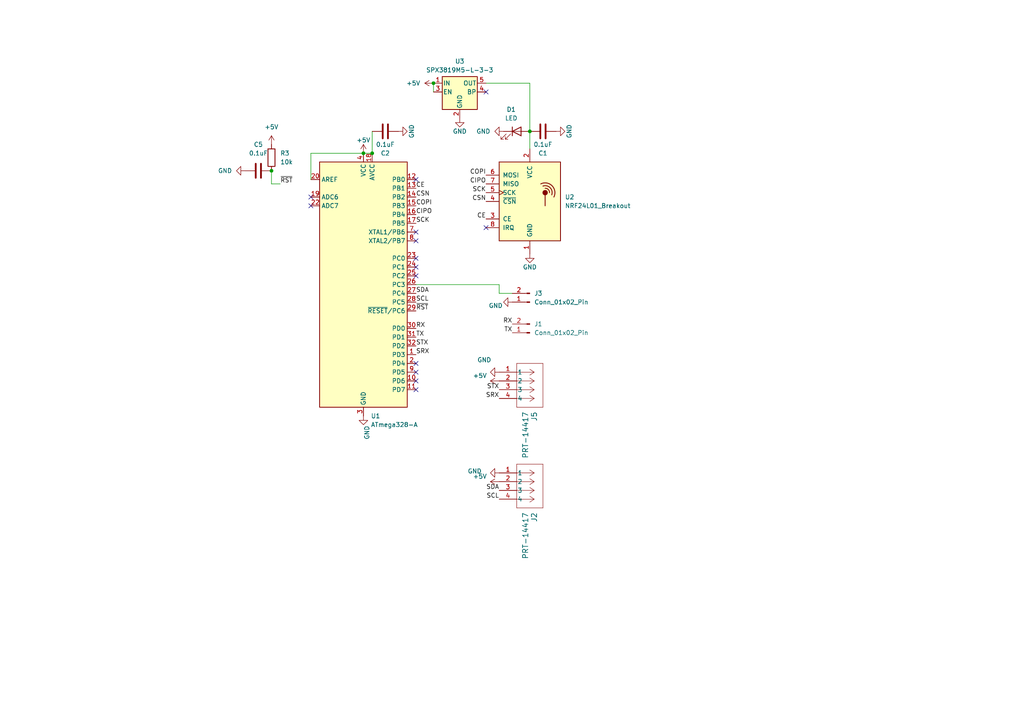
<source format=kicad_sch>
(kicad_sch (version 20250114) (generator "eeschema") (generator_version "9.0")
  (paper "A4")
  (lib_symbols
    (symbol "Connector:Conn_01x02_Pin" (pin_names (offset 1.016) (hide yes))
      (property "Reference" "J" (at 0 2.54 0))
      (property "Value" "Conn_01x02_Pin" (at 0 -5.08 0))
      (symbol "Conn_01x02_Pin_1_1"
        (rectangle (start 0.8636 0.127) (end 0 -0.127) (stroke (width 0.1524)) (fill (type outline)))
        (rectangle (start 0.8636 -2.413) (end 0 -2.667) (stroke (width 0.1524)) (fill (type outline)))
        (polyline (pts (xy 1.27 0) (xy 0.8636 0)) (stroke (width 0.1524)))
        (polyline (pts (xy 1.27 -2.54) (xy 0.8636 -2.54)) (stroke (width 0.1524)))
        (pin passive line (at 5.08 0 180) (length 3.81) (name "Pin_1") (number "1"))
        (pin passive line (at 5.08 -2.54 180) (length 3.81) (name "Pin_2") (number "2"))
      )
    )
    (symbol "Device:C" (pin_numbers (hide yes)) (pin_names (offset 0.254))
      (property "Reference" "C" (at 0.635 2.54 0))
      (property "Value" "C" (at 0.635 -2.54 0))
      (symbol "C_0_1"
        (polyline (pts (xy -2.032 0.762) (xy 2.032 0.762)) (stroke (width 0.508)))
        (polyline (pts (xy -2.032 -0.762) (xy 2.032 -0.762)) (stroke (width 0.508)))
      )
      (symbol "C_1_1"
        (pin passive line (at 0 3.81 270) (length 2.794) (name "~") (number "1"))
        (pin passive line (at 0 -3.81 90) (length 2.794) (name "~") (number "2"))
      )
    )
    (symbol "Device:LED" (pin_numbers (hide yes)) (pin_names (offset 1.016) (hide yes))
      (property "Reference" "D" (at 0 2.54 0))
      (property "Value" "LED" (at 0 -2.54 0))
      (symbol "LED_0_1"
        (polyline (pts (xy -3.048 -0.762) (xy -4.572 -2.286) (xy -3.81 -2.286) (xy -4.572 -2.286) (xy -4.572 -1.524)))
        (polyline (pts (xy -1.778 -0.762) (xy -3.302 -2.286) (xy -2.54 -2.286) (xy -3.302 -2.286) (xy -3.302 -1.524)))
        (polyline (pts (xy -1.27 0) (xy 1.27 0)))
        (polyline (pts (xy -1.27 -1.27) (xy -1.27 1.27)) (stroke (width 0.254)))
        (polyline (pts (xy 1.27 -1.27) (xy 1.27 1.27) (xy -1.27 0) (xy 1.27 -1.27)) (stroke (width 0.254)))
      )
      (symbol "LED_1_1"
        (pin passive line (at -3.81 0 0) (length 2.54) (name "K") (number "1"))
        (pin passive line (at 3.81 0 180) (length 2.54) (name "A") (number "2"))
      )
    )
    (symbol "Device:R" (pin_numbers (hide yes)) (pin_names (offset 0))
      (property "Reference" "R" (at 2.032 0 90))
      (property "Value" "R" (at 0 0 90))
      (symbol "R_0_1"
        (rectangle (start -1.016 -2.54) (end 1.016 2.54) (stroke (width 0.254)))
      )
      (symbol "R_1_1"
        (pin passive line (at 0 3.81 270) (length 1.27) (name "~") (number "1"))
        (pin passive line (at 0 -3.81 90) (length 1.27) (name "~") (number "2"))
      )
    )
    (symbol "MCU_Microchip_ATmega:ATmega328-A"
      (property "Reference" "U" (at -12.7 36.83 0))
      (property "Value" "ATmega328-A" (at 2.54 -36.83 0))
      (symbol "ATmega328-A_0_1"
        (rectangle (start -12.7 -35.56) (end 12.7 35.56) (stroke (width 0.254)) (fill (type background)))
      )
      (symbol "ATmega328-A_1_1"
        (pin passive line (at -15.24 30.48 0) (length 2.54) (name "AREF") (number "20"))
        (pin input line (at -15.24 25.4 0) (length 2.54) (name "ADC6") (number "19"))
        (pin input line (at -15.24 22.86 0) (length 2.54) (name "ADC7") (number "22"))
        (pin power_in line (at 0 38.1 270) (length 2.54) (name "VCC") (number "4"))
        (pin passive line (at 0 38.1 270) (length 2.54) (hide yes) (name "VCC") (number "6"))
        (pin passive line (at 0 -38.1 90) (length 2.54) (hide yes) (name "GND") (number "21"))
        (pin power_in line (at 0 -38.1 90) (length 2.54) (name "GND") (number "3"))
        (pin passive line (at 0 -38.1 90) (length 2.54) (hide yes) (name "GND") (number "5"))
        (pin power_in line (at 2.54 38.1 270) (length 2.54) (name "AVCC") (number "18"))
        (pin bidirectional line (at 15.24 30.48 180) (length 2.54) (name "PB0") (number "12"))
        (pin bidirectional line (at 15.24 27.94 180) (length 2.54) (name "PB1") (number "13"))
        (pin bidirectional line (at 15.24 25.4 180) (length 2.54) (name "PB2") (number "14"))
        (pin bidirectional line (at 15.24 22.86 180) (length 2.54) (name "PB3") (number "15"))
        (pin bidirectional line (at 15.24 20.32 180) (length 2.54) (name "PB4") (number "16"))
        (pin bidirectional line (at 15.24 17.78 180) (length 2.54) (name "PB5") (number "17"))
        (pin bidirectional line (at 15.24 15.24 180) (length 2.54) (name "XTAL1/PB6") (number "7"))
        (pin bidirectional line (at 15.24 12.7 180) (length 2.54) (name "XTAL2/PB7") (number "8"))
        (pin bidirectional line (at 15.24 7.62 180) (length 2.54) (name "PC0") (number "23"))
        (pin bidirectional line (at 15.24 5.08 180) (length 2.54) (name "PC1") (number "24"))
        (pin bidirectional line (at 15.24 2.54 180) (length 2.54) (name "PC2") (number "25"))
        (pin bidirectional line (at 15.24 0 180) (length 2.54) (name "PC3") (number "26"))
        (pin bidirectional line (at 15.24 -2.54 180) (length 2.54) (name "PC4") (number "27"))
        (pin bidirectional line (at 15.24 -5.08 180) (length 2.54) (name "PC5") (number "28"))
        (pin bidirectional line (at 15.24 -7.62 180) (length 2.54) (name "~{RESET}/PC6") (number "29"))
        (pin bidirectional line (at 15.24 -12.7 180) (length 2.54) (name "PD0") (number "30"))
        (pin bidirectional line (at 15.24 -15.24 180) (length 2.54) (name "PD1") (number "31"))
        (pin bidirectional line (at 15.24 -17.78 180) (length 2.54) (name "PD2") (number "32"))
        (pin bidirectional line (at 15.24 -20.32 180) (length 2.54) (name "PD3") (number "1"))
        (pin bidirectional line (at 15.24 -22.86 180) (length 2.54) (name "PD4") (number "2"))
        (pin bidirectional line (at 15.24 -25.4 180) (length 2.54) (name "PD5") (number "9"))
        (pin bidirectional line (at 15.24 -27.94 180) (length 2.54) (name "PD6") (number "10"))
        (pin bidirectional line (at 15.24 -30.48 180) (length 2.54) (name "PD7") (number "11"))
      )
    )
    (symbol "New_Library:PRT-14417" (pin_names (offset 0.254))
      (property "Reference" "J" (at 8.89 6.35 0))
      (property "Value" "PRT-14417" (at 0 0 0))
      (symbol "PRT-14417_1_1"
        (polyline (pts (xy 5.08 2.54) (xy 5.08 -10.16)) (stroke (width 0.127)))
        (polyline (pts (xy 5.08 -10.16) (xy 12.7 -10.16)) (stroke (width 0.127)))
        (polyline (pts (xy 10.16 0) (xy 5.08 0)) (stroke (width 0.127)))
        (polyline (pts (xy 10.16 0) (xy 8.89 0.8467)) (stroke (width 0.127)))
        (polyline (pts (xy 10.16 0) (xy 8.89 -0.8467)) (stroke (width 0.127)))
        (polyline (pts (xy 10.16 -2.54) (xy 5.08 -2.54)) (stroke (width 0.127)))
        (polyline (pts (xy 10.16 -2.54) (xy 8.89 -1.6933)) (stroke (width 0.127)))
        (polyline (pts (xy 10.16 -2.54) (xy 8.89 -3.3867)) (stroke (width 0.127)))
        (polyline (pts (xy 10.16 -5.08) (xy 5.08 -5.08)) (stroke (width 0.127)))
        (polyline (pts (xy 10.16 -5.08) (xy 8.89 -4.2333)) (stroke (width 0.127)))
        (polyline (pts (xy 10.16 -5.08) (xy 8.89 -5.9267)) (stroke (width 0.127)))
        (polyline (pts (xy 10.16 -7.62) (xy 5.08 -7.62)) (stroke (width 0.127)))
        (polyline (pts (xy 10.16 -7.62) (xy 8.89 -6.7733)) (stroke (width 0.127)))
        (polyline (pts (xy 10.16 -7.62) (xy 8.89 -8.4667)) (stroke (width 0.127)))
        (polyline (pts (xy 12.7 2.54) (xy 5.08 2.54)) (stroke (width 0.127)))
        (polyline (pts (xy 12.7 -10.16) (xy 12.7 2.54)) (stroke (width 0.127)))
        (pin unspecified line (at 0 0 0) (length 5.08) (name "1") (number "1"))
        (pin unspecified line (at 0 -2.54 0) (length 5.08) (name "2") (number "2"))
        (pin unspecified line (at 0 -5.08 0) (length 5.08) (name "3") (number "3"))
        (pin unspecified line (at 0 -7.62 0) (length 5.08) (name "4") (number "4"))
      )
      (symbol "PRT-14417_1_2"
        (polyline (pts (xy 5.08 2.54) (xy 5.08 -10.16)) (stroke (width 0.127)))
        (polyline (pts (xy 5.08 -10.16) (xy 12.7 -10.16)) (stroke (width 0.127)))
        (polyline (pts (xy 7.62 0) (xy 5.08 0)) (stroke (width 0.127)))
        (polyline (pts (xy 7.62 0) (xy 8.89 0.8467)) (stroke (width 0.127)))
        (polyline (pts (xy 7.62 0) (xy 8.89 -0.8467)) (stroke (width 0.127)))
        (polyline (pts (xy 7.62 -2.54) (xy 5.08 -2.54)) (stroke (width 0.127)))
        (polyline (pts (xy 7.62 -2.54) (xy 8.89 -1.6933)) (stroke (width 0.127)))
        (polyline (pts (xy 7.62 -2.54) (xy 8.89 -3.3867)) (stroke (width 0.127)))
        (polyline (pts (xy 7.62 -5.08) (xy 5.08 -5.08)) (stroke (width 0.127)))
        (polyline (pts (xy 7.62 -5.08) (xy 8.89 -4.2333)) (stroke (width 0.127)))
        (polyline (pts (xy 7.62 -5.08) (xy 8.89 -5.9267)) (stroke (width 0.127)))
        (polyline (pts (xy 7.62 -7.62) (xy 5.08 -7.62)) (stroke (width 0.127)))
        (polyline (pts (xy 7.62 -7.62) (xy 8.89 -6.7733)) (stroke (width 0.127)))
        (polyline (pts (xy 7.62 -7.62) (xy 8.89 -8.4667)) (stroke (width 0.127)))
        (polyline (pts (xy 12.7 2.54) (xy 5.08 2.54)) (stroke (width 0.127)))
        (polyline (pts (xy 12.7 -10.16) (xy 12.7 2.54)) (stroke (width 0.127)))
        (pin unspecified line (at 0 0 0) (length 5.08) (name "1") (number "1"))
        (pin unspecified line (at 0 -2.54 0) (length 5.08) (name "2") (number "2"))
        (pin unspecified line (at 0 -5.08 0) (length 5.08) (name "3") (number "3"))
        (pin unspecified line (at 0 -7.62 0) (length 5.08) (name "4") (number "4"))
      )
    )
    (symbol "RF:NRF24L01_Breakout" (pin_names (offset 1.016))
      (property "Reference" "U" (at -8.89 12.7 0))
      (property "Value" "NRF24L01_Breakout" (at 3.81 12.7 0))
      (symbol "NRF24L01_Breakout_0_1"
        (rectangle (start -8.89 11.43) (end 8.89 -11.43) (stroke (width 0.254)) (fill (type background)))
        (arc (start 3.175 5.08) (mid 6.453 4.548) (end 6.985 1.27) (stroke (width 0.254)))
        (circle (center 4.445 2.54) (radius 0.635) (stroke (width 0.254)) (fill (type outline)))
        (polyline (pts (xy 4.445 1.905) (xy 4.445 -1.27)) (stroke (width 0.254)))
        (arc (start 3.81 4.445) (mid 5.8835 3.9785) (end 6.35 1.905) (stroke (width 0.254)))
        (arc (start 4.445 3.81) (mid 5.3558 3.4508) (end 5.715 2.54) (stroke (width 0.254)))
      )
      (symbol "NRF24L01_Breakout_1_1"
        (pin input line (at -12.7 7.62 0) (length 3.81) (name "MOSI") (number "6"))
        (pin output line (at -12.7 5.08 0) (length 3.81) (name "MISO") (number "7"))
        (pin input clock (at -12.7 2.54 0) (length 3.81) (name "SCK") (number "5"))
        (pin input line (at -12.7 0 0) (length 3.81) (name "~{CSN}") (number "4"))
        (pin input line (at -12.7 -5.08 0) (length 3.81) (name "CE") (number "3"))
        (pin output line (at -12.7 -7.62 0) (length 3.81) (name "IRQ") (number "8"))
        (pin power_in line (at 0 15.24 270) (length 3.81) (name "VCC") (number "2"))
        (pin power_in line (at 0 -15.24 90) (length 3.81) (name "GND") (number "1"))
      )
    )
    (symbol "Regulator_Linear:SPX3819M5-L-3-3" (pin_names (offset 0.254))
      (property "Reference" "U" (at -3.81 5.715 0))
      (property "Value" "SPX3819M5-L-3-3" (at 0 5.715 0))
      (symbol "SPX3819M5-L-3-3_0_1"
        (rectangle (start -5.08 4.445) (end 5.08 -5.08) (stroke (width 0.254)) (fill (type background)))
      )
      (symbol "SPX3819M5-L-3-3_1_1"
        (pin power_in line (at -7.62 2.54 0) (length 2.54) (name "IN") (number "1"))
        (pin input line (at -7.62 0 0) (length 2.54) (name "EN") (number "3"))
        (pin power_in line (at 0 -7.62 90) (length 2.54) (name "GND") (number "2"))
        (pin power_out line (at 7.62 2.54 180) (length 2.54) (name "OUT") (number "5"))
        (pin input line (at 7.62 0 180) (length 2.54) (name "BP") (number "4"))
      )
    )
    (symbol "power:+5V" (power) (pin_names (offset 0))
      (property "Value" "+5V" (at 0 3.556 0))
      (symbol "+5V_0_1"
        (polyline (pts (xy -0.762 1.27) (xy 0 2.54)))
        (polyline (pts (xy 0 2.54) (xy 0.762 1.27)))
        (polyline (pts (xy 0 0) (xy 0 2.54)))
      )
      (symbol "+5V_1_1"
        (pin power_in line (at 0 0 90) (length 0) (hide yes) (name "+5V") (number "1"))
      )
    )
    (symbol "power:GND" (power) (pin_names (offset 0))
      (property "Value" "GND" (at 0 -3.81 0))
      (symbol "GND_0_1"
        (polyline (pts (xy 0 0) (xy 0 -1.27) (xy 1.27 -1.27) (xy 0 -2.54) (xy -1.27 -1.27) (xy 0 -1.27)))
      )
      (symbol "GND_1_1"
        (pin power_in line (at 0 0 270) (length 0) (hide yes) (name "GND") (number "1"))
      )
    )
  )
  (junction (at 153.67 38.1))
  (junction (at 107.95 44.45))
  (junction (at 78.74 49.53))
  (junction (at 105.41 44.45))
  (junction (at 125.73 24.13))
  (no_connect (at 140.97 26.67))
  (no_connect (at 120.65 69.85))
  (no_connect (at 120.65 77.47))
  (no_connect (at 90.17 59.69))
  (no_connect (at 120.65 67.31))
  (no_connect (at 120.65 74.93))
  (no_connect (at 120.65 110.49))
  (no_connect (at 140.97 66.04))
  (no_connect (at 120.65 52.07))
  (no_connect (at 90.17 57.15))
  (no_connect (at 120.65 105.41))
  (no_connect (at 120.65 107.95))
  (no_connect (at 120.65 113.03))
  (no_connect (at 120.65 80.01))
  (wire (pts (xy 81.28 53.34) (xy 78.74 53.34)))
  (wire (pts (xy 125.73 24.13) (xy 125.73 26.67)))
  (wire (pts (xy 144.78 85.09) (xy 144.78 82.55)))
  (wire (pts (xy 144.78 82.55) (xy 120.65 82.55)))
  (wire (pts (xy 153.67 43.18) (xy 153.67 38.1)))
  (wire (pts (xy 107.95 38.1) (xy 107.95 44.45)))
  (wire (pts (xy 153.67 38.1) (xy 153.67 24.13)))
  (wire (pts (xy 90.17 44.45) (xy 90.17 52.07)))
  (wire (pts (xy 105.41 44.45) (xy 107.95 44.45)))
  (wire (pts (xy 78.74 53.34) (xy 78.74 49.53)))
  (wire (pts (xy 148.59 85.09) (xy 144.78 85.09)))
  (wire (pts (xy 153.67 24.13) (xy 140.97 24.13)))
  (wire (pts (xy 105.41 44.45) (xy 90.17 44.45)))
  (label "CSN" (at 140.97 58.42 180))
  (label "SDA" (at 144.78 142.24 180))
  (label "SRX" (at 120.65 102.87 0))
  (label "CE" (at 120.65 54.61 0))
  (label "STX" (at 120.65 100.33 0))
  (label "~{RST}" (at 120.65 90.17 0))
  (label "SCK" (at 140.97 55.88 180))
  (label "SCK" (at 120.65 64.77 0))
  (label "SCL" (at 144.78 144.78 180))
  (label "CSN" (at 120.65 57.15 0))
  (label "CE" (at 140.97 63.5 180))
  (label "SRX" (at 144.78 115.57 180))
  (label "CIPO" (at 120.65 62.23 0))
  (label "CIPO" (at 140.97 53.34 180))
  (label "STX" (at 144.78 113.03 180))
  (label "SDA" (at 120.65 85.09 0))
  (label "~{RST}" (at 81.28 53.34 0))
  (label "RX" (at 120.65 95.25 0))
  (label "TX" (at 120.65 97.79 0))
  (label "RX" (at 148.59 93.98 180))
  (label "SCL" (at 120.65 87.63 0))
  (label "COPI" (at 120.65 59.69 0))
  (label "COPI" (at 140.97 50.8 180))
  (label "TX" (at 148.59 96.52 180))
  (symbol (lib_id "MCU_Microchip_ATmega:ATmega328-A") (at 105.41 82.55 0) (unit 1)
    (property "Reference" "U1" (at 107.5533 120.65 0) (effects (justify left)))
    (property "Value" "ATmega328-A" (at 107.5533 123.19 0) (effects (justify left)))
    (property "Footprint" "Package_QFP:TQFP-32_7x7mm_P0.8mm" (effects (hide yes)))
    (property "Datasheet" "http://ww1.microchip.com/downloads/en/DeviceDoc/ATmega328_P%20AVR%20MCU%20with%20picoPower%20Technology%20Data%20Sheet%2040001984A.pdf" (effects (hide yes)))
    (property "Description" "20MHz, 32kB Flash, 2kB SRAM, 1kB EEPROM, TQFP-32" (effects (hide yes)))
  )
  (symbol (lib_id "power:+5V") (at 78.74 41.91 0) (unit 1)
    (property "Reference" "#PWR025" (effects (hide yes)))
    (property "Value" "+5V" (at 78.74 36.83 0))
  )
  (symbol (lib_id "power:GND") (at 153.67 73.66 0) (unit 1)
    (property "Reference" "#PWR04" (effects (hide yes)))
    (property "Value" "GND" (at 153.67 77.47 0))
  )
  (symbol (lib_id "power:GND") (at 146.05 38.1 270) (unit 1)
    (property "Reference" "#PWR010" (effects (hide yes)))
    (property "Value" "GND" (at 142.24 38.1 90) (effects (justify right)))
  )
  (symbol (lib_id "Device:LED") (at 149.86 38.1 0) (unit 1)
    (property "Reference" "D1" (at 148.2725 31.75 0))
    (property "Value" "LED" (at 148.2725 34.29 0))
    (property "Footprint" "LED_SMD:LED_0805_2012Metric" (effects (hide yes)))
    (property "Description" "Light emitting diode" (effects (hide yes)))
    (property "Sim.Pins" "1=K 2=A" (effects (hide yes)))
  )
  (symbol (lib_id "New_Library:PRT-14417") (at 144.78 107.95 0) (unit 1)
    (property "Reference" "J5" (at 154.9401 119.38 90) (effects (font (size 1.524 1.524)) (justify right)))
    (property "Value" "PRT-14417" (at 152.4001 119.38 90) (effects (font (size 1.524 1.524)) (justify right)))
    (property "Footprint" "User:CONN_PRT-14417_SPK" (effects (hide yes)))
    (property "Datasheet" "PRT-14417" (effects (hide yes)))
  )
  (symbol (lib_id "Connector:Conn_01x02_Pin") (at 153.67 87.63 180) (unit 1)
    (property "Reference" "J3" (at 154.94 85.0899 0) (effects (justify right)))
    (property "Value" "Conn_01x02_Pin" (at 154.94 87.6299 0) (effects (justify right)))
    (property "Footprint" "Connector_PinHeader_2.54mm:PinHeader_1x02_P2.54mm_Vertical" (effects (hide yes)))
    (property "Description" "Generic connector, single row, 01x02, script generated" (effects (hide yes)))
  )
  (symbol (lib_id "power:GND") (at 161.29 38.1 90) (unit 1)
    (property "Reference" "#PWR03" (effects (hide yes)))
    (property "Value" "GND" (at 165.1 38.1 0))
  )
  (symbol (lib_id "power:+5V") (at 125.73 24.13 90) (unit 1)
    (property "Reference" "#PWR01" (effects (hide yes)))
    (property "Value" "+5V" (at 121.92 24.1299 90) (effects (justify left)))
  )
  (symbol (lib_id "Regulator_Linear:SPX3819M5-L-3-3") (at 133.35 26.67 0) (unit 1)
    (property "Reference" "U3" (at 133.35 17.78 0))
    (property "Value" "SPX3819M5-L-3-3" (at 133.35 20.32 0))
    (property "Footprint" "Package_TO_SOT_SMD:SOT-23-5" (effects (hide yes)))
    (property "Datasheet" "https://www.exar.com/content/document.ashx?id=22106&languageid=1033&type=Datasheet&partnumber=SPX3819&filename=SPX3819.pdf&part=SPX3819" (effects (hide yes)))
    (property "Description" "500mA Low drop-out regulator, Fixed Output 3.3V, SOT-23-5" (effects (hide yes)))
  )
  (symbol (lib_id "power:GND") (at 144.78 137.16 270) (unit 1)
    (property "Reference" "#PWR013" (effects (hide yes)))
    (property "Value" "GND" (at 137.668 136.652 90))
  )
  (symbol (lib_id "power:GND") (at 71.12 49.53 270) (unit 1)
    (property "Reference" "#PWR024" (effects (hide yes)))
    (property "Value" "GND" (at 67.31 49.53 90) (effects (justify right)))
  )
  (symbol (lib_id "power:GND") (at 105.41 120.65 0) (unit 1)
    (property "Reference" "#PWR011" (effects (hide yes)))
    (property "Value" "GND" (at 106.426 125.476 90))
  )
  (symbol (lib_id "power:+5V") (at 105.41 44.45 0) (unit 1)
    (property "Reference" "#PWR05" (effects (hide yes)))
    (property "Value" "+5V" (at 105.41 40.64 0))
  )
  (symbol (lib_id "Device:C") (at 157.48 38.1 270) (unit 1)
    (property "Reference" "C1" (at 157.48 44.45 90))
    (property "Value" "0.1uF" (at 157.48 41.91 90))
    (property "Footprint" "Capacitor_SMD:C_0805_2012Metric" (effects (hide yes)))
  )
  (symbol (lib_id "power:GND") (at 148.59 87.63 270) (unit 1)
    (property "Reference" "#PWR09" (effects (hide yes)))
    (property "Value" "GND" (at 143.764 88.646 90))
  )
  (symbol (lib_id "Device:R") (at 78.74 45.72 0) (unit 1)
    (property "Reference" "R3" (at 81.28 44.45 0) (effects (justify left)))
    (property "Value" "10k" (at 81.28 46.99 0) (effects (justify left)))
    (property "Footprint" "Resistor_SMD:R_0805_2012Metric" (effects (hide yes)))
  )
  (symbol (lib_id "New_Library:PRT-14417") (at 144.78 137.16 0) (unit 1)
    (property "Reference" "J2" (at 154.9401 148.59 90) (effects (font (size 1.524 1.524)) (justify right)))
    (property "Value" "PRT-14417" (at 152.4001 148.59 90) (effects (font (size 1.524 1.524)) (justify right)))
    (property "Footprint" "User:CONN_PRT-14417_SPK" (effects (hide yes)))
    (property "Datasheet" "PRT-14417" (effects (hide yes)))
  )
  (symbol (lib_id "power:GND") (at 144.78 107.95 270) (unit 1)
    (property "Reference" "#PWR06" (effects (hide yes)))
    (property "Value" "GND" (at 140.462 104.394 90))
  )
  (symbol (lib_id "RF:NRF24L01_Breakout") (at 153.67 58.42 0) (unit 1)
    (property "Reference" "U2" (at 163.83 57.1499 0) (effects (justify left)))
    (property "Value" "NRF24L01_Breakout" (at 163.83 59.6899 0) (effects (justify left)))
    (property "Footprint" "RF_Module:nRF24L01_Breakout" (effects (hide yes)))
    (property "Datasheet" "http://www.nordicsemi.com/eng/content/download/2730/34105/file/nRF24L01_Product_Specification_v2_0.pdf" (effects (hide yes)))
    (property "Description" "Ultra low power 2.4GHz RF Transceiver, Carrier PCB" (effects (hide yes)))
  )
  (symbol (lib_id "Device:C") (at 111.76 38.1 270) (unit 1)
    (property "Reference" "C2" (at 111.76 44.45 90))
    (property "Value" "0.1uF" (at 111.76 41.91 90))
    (property "Footprint" "Capacitor_SMD:C_0805_2012Metric" (effects (hide yes)))
  )
  (symbol (lib_id "Connector:Conn_01x02_Pin") (at 153.67 96.52 180) (unit 1)
    (property "Reference" "J1" (at 154.94 93.9799 0) (effects (justify right)))
    (property "Value" "Conn_01x02_Pin" (at 154.94 96.5199 0) (effects (justify right)))
    (property "Footprint" "Connector_PinHeader_2.54mm:PinHeader_1x02_P2.54mm_Vertical" (effects (hide yes)))
    (property "Description" "Generic connector, single row, 01x02, script generated" (effects (hide yes)))
  )
  (symbol (lib_id "power:+5V") (at 144.78 110.49 90) (unit 1)
    (property "Reference" "#PWR07" (effects (hide yes)))
    (property "Value" "+5V" (at 139.192 108.966 90))
  )
  (symbol (lib_id "Device:C") (at 74.93 49.53 90) (unit 1)
    (property "Reference" "C5" (at 74.93 41.91 90))
    (property "Value" "0.1uF" (at 74.93 44.45 90))
    (property "Footprint" "Capacitor_SMD:C_0805_2012Metric" (effects (hide yes)))
  )
  (symbol (lib_id "power:GND") (at 133.35 34.29 0) (unit 1)
    (property "Reference" "#PWR02" (effects (hide yes)))
    (property "Value" "GND" (at 133.35 38.1 0))
  )
  (symbol (lib_id "power:+5V") (at 144.78 139.7 90) (unit 1)
    (property "Reference" "#PWR012" (effects (hide yes)))
    (property "Value" "+5V" (at 139.192 138.176 90))
  )
  (symbol (lib_id "power:GND") (at 115.57 38.1 90) (unit 1)
    (property "Reference" "#PWR08" (effects (hide yes)))
    (property "Value" "GND" (at 119.38 38.1 0))
  )
)
</source>
